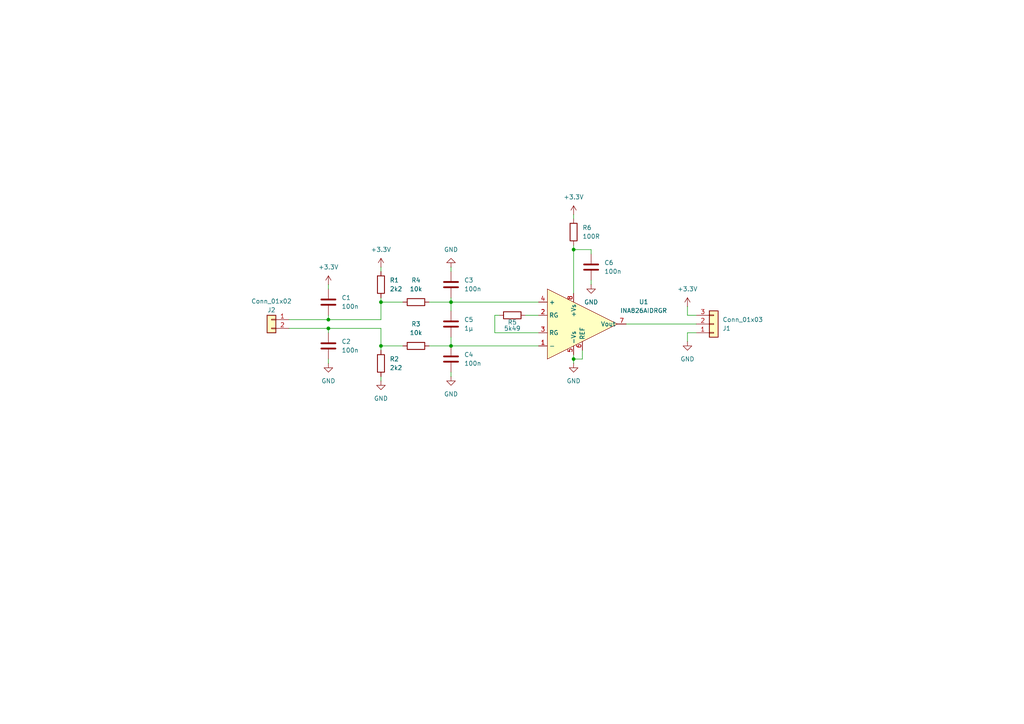
<source format=kicad_sch>
(kicad_sch (version 20250114) (generator "eeschema") (generator_version "9.0")
  (paper "A4")
  (lib_symbols
    (symbol "Connector_Generic:Conn_01x02" (pin_names (offset 1.016) (hide yes))
      (property "Reference" "J" (at 0 2.54 0))
      (property "Value" "Conn_01x02" (at 0 -5.08 0))
      (symbol "Conn_01x02_1_1"
        (rectangle (start -1.27 1.27) (end 1.27 -3.81) (stroke (width 0.254)) (fill (type background)))
        (rectangle (start -1.27 0.127) (end 0 -0.127) (stroke (width 0.1524)))
        (rectangle (start -1.27 -2.413) (end 0 -2.667) (stroke (width 0.1524)))
        (pin passive line (at -5.08 0 0) (length 3.81) (name "Pin_1") (number "1"))
        (pin passive line (at -5.08 -2.54 0) (length 3.81) (name "Pin_2") (number "2"))
      )
    )
    (symbol "Connector_Generic:Conn_01x03" (pin_names (offset 1.016) (hide yes))
      (property "Reference" "J" (at 0 5.08 0))
      (property "Value" "Conn_01x03" (at 0 -5.08 0))
      (symbol "Conn_01x03_1_1"
        (rectangle (start -1.27 3.81) (end 1.27 -3.81) (stroke (width 0.254)) (fill (type background)))
        (rectangle (start -1.27 2.667) (end 0 2.413) (stroke (width 0.1524)))
        (rectangle (start -1.27 0.127) (end 0 -0.127) (stroke (width 0.1524)))
        (rectangle (start -1.27 -2.413) (end 0 -2.667) (stroke (width 0.1524)))
        (pin passive line (at -5.08 2.54 0) (length 3.81) (name "Pin_1") (number "1"))
        (pin passive line (at -5.08 0 0) (length 3.81) (name "Pin_2") (number "2"))
        (pin passive line (at -5.08 -2.54 0) (length 3.81) (name "Pin_3") (number "3"))
      )
    )
    (symbol "Device:C" (pin_numbers (hide yes)) (pin_names (offset 0.254))
      (property "Reference" "C" (at 0.635 2.54 0))
      (property "Value" "C" (at 0.635 -2.54 0))
      (symbol "C_0_1"
        (polyline (pts (xy -2.032 0.762) (xy 2.032 0.762)) (stroke (width 0.508)))
        (polyline (pts (xy -2.032 -0.762) (xy 2.032 -0.762)) (stroke (width 0.508)))
      )
      (symbol "C_1_1"
        (pin passive line (at 0 3.81 270) (length 2.794) (name "~") (number "1"))
        (pin passive line (at 0 -3.81 90) (length 2.794) (name "~") (number "2"))
      )
    )
    (symbol "Device:R" (pin_numbers (hide yes)) (pin_names (offset 0))
      (property "Reference" "R" (at 2.032 0 90))
      (property "Value" "R" (at 0 0 90))
      (symbol "R_0_1"
        (rectangle (start -1.016 -2.54) (end 1.016 2.54) (stroke (width 0.254)))
      )
      (symbol "R_1_1"
        (pin passive line (at 0 3.81 270) (length 1.27) (name "~") (number "1"))
        (pin passive line (at 0 -3.81 90) (length 1.27) (name "~") (number "2"))
      )
    )
    (symbol "Selfmade:INA826AIDGKR"
      (property "Reference" "U" (at 7.874 7.62 0))
      (property "Value" "INA826AIDRGR" (at 13.97 5.588 0))
      (symbol "INA826AIDGKR_0_1"
        (polyline (pts (xy -7.62 0) (xy -7.62 -10.16) (xy 12.7 0) (xy -7.62 10.16) (xy -7.62 0)) (fill (type background)))
      )
      (symbol "INA826AIDGKR_1_1"
        (pin input line (at -10.16 6.35 0) (length 2.54) (name "+") (number "4"))
        (pin passive line (at -10.16 2.54 0) (length 2.54) (name "RG") (number "2"))
        (pin passive line (at -10.16 -2.54 0) (length 2.54) (name "RG") (number "3"))
        (pin input line (at -10.16 -6.35 0) (length 2.54) (name "-") (number "1"))
        (pin input line (at -10.16 -6.35 0) (length 2.54) (hide yes) (name "-") (number "9"))
        (pin passive line (at 0 8.89 270) (length 2.54) (name "+Vs") (number "8"))
        (pin passive line (at 0 -8.89 90) (length 2.54) (name "-Vs") (number "5"))
        (pin passive line (at 2.54 -7.62 90) (length 2.54) (name "REF") (number "6"))
        (pin output line (at 15.24 0 180) (length 2.54) (name "Vout") (number "7"))
      )
    )
    (symbol "power:+3.3V" (power) (pin_numbers (hide yes)) (pin_names (offset 0) (hide yes))
      (property "Value" "+3.3V" (at 0 3.556 0))
      (symbol "+3.3V_0_1"
        (polyline (pts (xy -0.762 1.27) (xy 0 2.54)))
        (polyline (pts (xy 0 2.54) (xy 0.762 1.27)))
        (polyline (pts (xy 0 0) (xy 0 2.54)))
      )
      (symbol "+3.3V_1_1"
        (pin power_in line (at 0 0 90) (length 0) (name "~") (number "1"))
      )
    )
    (symbol "power:GND" (power) (pin_numbers (hide yes)) (pin_names (offset 0) (hide yes))
      (property "Value" "GND" (at 0 -3.81 0))
      (symbol "GND_0_1"
        (polyline (pts (xy 0 0) (xy 0 -1.27) (xy 1.27 -1.27) (xy 0 -2.54) (xy -1.27 -1.27) (xy 0 -1.27)))
      )
      (symbol "GND_1_1"
        (pin power_in line (at 0 0 270) (length 0) (name "~") (number "1"))
      )
    )
  )
  (junction (at 166.37 104.14))
  (junction (at 95.25 95.25))
  (junction (at 110.49 87.63))
  (junction (at 110.49 100.33))
  (junction (at 130.81 87.63))
  (junction (at 130.81 100.33))
  (junction (at 95.25 92.71))
  (junction (at 166.37 72.39))
  (wire (pts (xy 168.91 104.14) (xy 166.37 104.14)))
  (wire (pts (xy 199.39 99.06) (xy 199.39 96.52)))
  (wire (pts (xy 130.81 77.47) (xy 130.81 78.74)))
  (wire (pts (xy 171.45 72.39) (xy 166.37 72.39)))
  (wire (pts (xy 171.45 73.66) (xy 171.45 72.39)))
  (wire (pts (xy 110.49 100.33) (xy 116.84 100.33)))
  (wire (pts (xy 130.81 97.79) (xy 130.81 100.33)))
  (wire (pts (xy 130.81 87.63) (xy 156.21 87.63)))
  (wire (pts (xy 166.37 62.23) (xy 166.37 63.5)))
  (wire (pts (xy 110.49 100.33) (xy 110.49 101.6)))
  (wire (pts (xy 130.81 100.33) (xy 156.21 100.33)))
  (wire (pts (xy 110.49 77.47) (xy 110.49 78.74)))
  (wire (pts (xy 130.81 109.22) (xy 130.81 107.95)))
  (wire (pts (xy 83.82 92.71) (xy 95.25 92.71)))
  (wire (pts (xy 95.25 95.25) (xy 95.25 96.52)))
  (wire (pts (xy 95.25 82.55) (xy 95.25 83.82)))
  (wire (pts (xy 83.82 95.25) (xy 95.25 95.25)))
  (wire (pts (xy 95.25 91.44) (xy 95.25 92.71)))
  (wire (pts (xy 166.37 105.41) (xy 166.37 104.14)))
  (wire (pts (xy 110.49 87.63) (xy 116.84 87.63)))
  (wire (pts (xy 166.37 72.39) (xy 166.37 71.12)))
  (wire (pts (xy 199.39 91.44) (xy 201.93 91.44)))
  (wire (pts (xy 143.51 91.44) (xy 143.51 96.52)))
  (wire (pts (xy 199.39 88.9) (xy 199.39 91.44)))
  (wire (pts (xy 166.37 72.39) (xy 166.37 85.09)))
  (wire (pts (xy 199.39 96.52) (xy 201.93 96.52)))
  (wire (pts (xy 130.81 86.36) (xy 130.81 87.63)))
  (wire (pts (xy 143.51 96.52) (xy 156.21 96.52)))
  (wire (pts (xy 152.4 91.44) (xy 156.21 91.44)))
  (wire (pts (xy 110.49 86.36) (xy 110.49 87.63)))
  (wire (pts (xy 130.81 87.63) (xy 130.81 90.17)))
  (wire (pts (xy 95.25 95.25) (xy 110.49 95.25)))
  (wire (pts (xy 144.78 91.44) (xy 143.51 91.44)))
  (wire (pts (xy 110.49 95.25) (xy 110.49 100.33)))
  (wire (pts (xy 95.25 92.71) (xy 110.49 92.71)))
  (wire (pts (xy 124.46 100.33) (xy 130.81 100.33)))
  (wire (pts (xy 110.49 87.63) (xy 110.49 92.71)))
  (wire (pts (xy 166.37 104.14) (xy 166.37 102.87)))
  (wire (pts (xy 110.49 110.49) (xy 110.49 109.22)))
  (wire (pts (xy 171.45 82.55) (xy 171.45 81.28)))
  (wire (pts (xy 95.25 105.41) (xy 95.25 104.14)))
  (wire (pts (xy 124.46 87.63) (xy 130.81 87.63)))
  (wire (pts (xy 181.61 93.98) (xy 201.93 93.98)))
  (wire (pts (xy 168.91 101.6) (xy 168.91 104.14)))
  (symbol (lib_id "Device:C") (at 130.81 104.14 0) (unit 1)
    (property "Reference" "C4" (at 134.62 102.8699 0) (effects (justify left)))
    (property "Value" "100n" (at 134.62 105.4099 0) (effects (justify left)))
    (property "Footprint" "Capacitor_SMD:C_0603_1608Metric" (effects (hide yes)))
    (property "Description" "Unpolarized capacitor" (effects (hide yes)))
  )
  (symbol (lib_id "power:GND") (at 95.25 105.41 0) (unit 1)
    (property "Reference" "#PWR03" (effects (hide yes)))
    (property "Value" "GND" (at 95.25 110.49 0))
    (property "Description" "Power symbol creates a global label with name \"GND\" , ground" (effects (hide yes)))
  )
  (symbol (lib_id "Device:R") (at 166.37 67.31 0) (unit 1)
    (property "Reference" "R6" (at 168.91 66.0399 0) (effects (justify left)))
    (property "Value" "100R" (at 168.91 68.5799 0) (effects (justify left)))
    (property "Footprint" "Resistor_SMD:R_0603_1608Metric" (effects (hide yes)))
    (property "Description" "Resistor" (effects (hide yes)))
  )
  (symbol (lib_id "power:+3.3V") (at 166.37 62.23 0) (unit 1)
    (property "Reference" "#PWR08" (effects (hide yes)))
    (property "Value" "+3.3V" (at 166.37 57.15 0))
    (property "Description" "Power symbol creates a global label with name \"+3.3V\"" (effects (hide yes)))
  )
  (symbol (lib_id "power:GND") (at 199.39 99.06 0) (unit 1)
    (property "Reference" "#PWR011" (effects (hide yes)))
    (property "Value" "GND" (at 199.39 104.14 0))
    (property "Description" "Power symbol creates a global label with name \"GND\" , ground" (effects (hide yes)))
  )
  (symbol (lib_id "power:+3.3V") (at 199.39 88.9 0) (unit 1)
    (property "Reference" "#PWR010" (effects (hide yes)))
    (property "Value" "+3.3V" (at 199.39 83.82 0))
    (property "Description" "Power symbol creates a global label with name \"+3.3V\"" (effects (hide yes)))
  )
  (symbol (lib_id "Device:R") (at 110.49 82.55 0) (unit 1)
    (property "Reference" "R1" (at 113.03 81.2799 0) (effects (justify left)))
    (property "Value" "2k2" (at 113.03 83.8199 0) (effects (justify left)))
    (property "Footprint" "Resistor_SMD:R_0603_1608Metric" (effects (hide yes)))
    (property "Description" "Resistor" (effects (hide yes)))
  )
  (symbol (lib_id "Device:R") (at 148.59 91.44 270) (mirror x) (unit 1)
    (property "Reference" "R5" (at 148.59 93.472 90))
    (property "Value" "5k49" (at 148.59 95.25 90))
    (property "Footprint" "Resistor_SMD:R_0603_1608Metric" (effects (hide yes)))
    (property "Description" "Resistor" (effects (hide yes)))
  )
  (symbol (lib_id "Device:R") (at 120.65 100.33 270) (mirror x) (unit 1)
    (property "Reference" "R3" (at 120.65 93.98 90))
    (property "Value" "10k" (at 120.65 96.52 90))
    (property "Footprint" "Resistor_SMD:R_0603_1608Metric" (effects (hide yes)))
    (property "Description" "Resistor" (effects (hide yes)))
  )
  (symbol (lib_id "Selfmade:INA826AIDGKR") (at 166.37 93.98 0) (unit 1)
    (property "Reference" "U1" (at 186.69 87.5598 0))
    (property "Value" "INA826AIDRGR" (at 186.69 90.0998 0))
    (property "Footprint" "Package_SON:WSON-8-1EP_3x3mm_P0.5mm_EP1.45x2.4mm_ThermalVias" (effects (hide yes)))
  )
  (symbol (lib_id "Device:C") (at 95.25 100.33 0) (unit 1)
    (property "Reference" "C2" (at 99.06 99.0599 0) (effects (justify left)))
    (property "Value" "100n" (at 99.06 101.5999 0) (effects (justify left)))
    (property "Footprint" "Capacitor_SMD:C_0603_1608Metric" (effects (hide yes)))
    (property "Description" "Unpolarized capacitor" (effects (hide yes)))
  )
  (symbol (lib_id "Device:C") (at 130.81 93.98 0) (unit 1)
    (property "Reference" "C5" (at 134.62 92.7099 0) (effects (justify left)))
    (property "Value" "1µ" (at 134.62 95.2499 0) (effects (justify left)))
    (property "Footprint" "Capacitor_SMD:C_0603_1608Metric" (effects (hide yes)))
    (property "Description" "Unpolarized capacitor" (effects (hide yes)))
  )
  (symbol (lib_id "power:GND") (at 171.45 82.55 0) (unit 1)
    (property "Reference" "#PWR09" (effects (hide yes)))
    (property "Value" "GND" (at 171.45 87.63 0))
    (property "Description" "Power symbol creates a global label with name \"GND\" , ground" (effects (hide yes)))
  )
  (symbol (lib_id "Connector_Generic:Conn_01x03") (at 207.01 93.98 0) (mirror x) (unit 1)
    (property "Reference" "J1" (at 209.55 95.2501 0) (effects (justify left)))
    (property "Value" "Conn_01x03" (at 209.55 92.7101 0) (effects (justify left)))
    (property "Footprint" "Connector_PinHeader_2.54mm:PinHeader_1x03_P2.54mm_Vertical" (effects (hide yes)))
    (property "Description" "Generic connector, single row, 01x03, script generated (kicad-library-utils/schlib/autogen/connector/)" (effects (hide yes)))
  )
  (symbol (lib_id "Device:C") (at 95.25 87.63 0) (unit 1)
    (property "Reference" "C1" (at 99.06 86.3599 0) (effects (justify left)))
    (property "Value" "100n" (at 99.06 88.8999 0) (effects (justify left)))
    (property "Footprint" "Capacitor_SMD:C_0603_1608Metric" (effects (hide yes)))
    (property "Description" "Unpolarized capacitor" (effects (hide yes)))
  )
  (symbol (lib_id "Connector_Generic:Conn_01x02") (at 78.74 92.71 0) (mirror y) (unit 1)
    (property "Reference" "J2" (at 78.74 89.916 0))
    (property "Value" "Conn_01x02" (at 78.74 87.376 0))
    (property "Footprint" "Connector_PinHeader_2.54mm:PinHeader_1x02_P2.54mm_Vertical" (effects (hide yes)))
    (property "Description" "Generic connector, single row, 01x02, script generated (kicad-library-utils/schlib/autogen/connector/)" (effects (hide yes)))
  )
  (symbol (lib_id "power:GND") (at 166.37 105.41 0) (unit 1)
    (property "Reference" "#PWR07" (effects (hide yes)))
    (property "Value" "GND" (at 166.37 110.49 0))
    (property "Description" "Power symbol creates a global label with name \"GND\" , ground" (effects (hide yes)))
  )
  (symbol (lib_id "Device:R") (at 120.65 87.63 270) (mirror x) (unit 1)
    (property "Reference" "R4" (at 120.65 81.28 90))
    (property "Value" "10k" (at 120.65 83.82 90))
    (property "Footprint" "Resistor_SMD:R_0603_1608Metric" (effects (hide yes)))
    (property "Description" "Resistor" (effects (hide yes)))
  )
  (symbol (lib_id "Device:C") (at 130.81 82.55 0) (unit 1)
    (property "Reference" "C3" (at 134.62 81.2799 0) (effects (justify left)))
    (property "Value" "100n" (at 134.62 83.8199 0) (effects (justify left)))
    (property "Footprint" "Capacitor_SMD:C_0603_1608Metric" (effects (hide yes)))
    (property "Description" "Unpolarized capacitor" (effects (hide yes)))
  )
  (symbol (lib_id "power:+3.3V") (at 110.49 77.47 0) (unit 1)
    (property "Reference" "#PWR02" (effects (hide yes)))
    (property "Value" "+3.3V" (at 110.49 72.39 0))
    (property "Description" "Power symbol creates a global label with name \"+3.3V\"" (effects (hide yes)))
  )
  (symbol (lib_id "Device:C") (at 171.45 77.47 0) (unit 1)
    (property "Reference" "C6" (at 175.26 76.1999 0) (effects (justify left)))
    (property "Value" "100n" (at 175.26 78.7399 0) (effects (justify left)))
    (property "Footprint" "Capacitor_SMD:C_0603_1608Metric" (effects (hide yes)))
    (property "Description" "Unpolarized capacitor" (effects (hide yes)))
  )
  (symbol (lib_id "power:+3.3V") (at 95.25 82.55 0) (unit 1)
    (property "Reference" "#PWR01" (effects (hide yes)))
    (property "Value" "+3.3V" (at 95.25 77.47 0))
    (property "Description" "Power symbol creates a global label with name \"+3.3V\"" (effects (hide yes)))
  )
  (symbol (lib_id "power:GND") (at 110.49 110.49 0) (unit 1)
    (property "Reference" "#PWR04" (effects (hide yes)))
    (property "Value" "GND" (at 110.49 115.57 0))
    (property "Description" "Power symbol creates a global label with name \"GND\" , ground" (effects (hide yes)))
  )
  (symbol (lib_id "power:GND") (at 130.81 109.22 0) (unit 1)
    (property "Reference" "#PWR05" (effects (hide yes)))
    (property "Value" "GND" (at 130.81 114.3 0))
    (property "Description" "Power symbol creates a global label with name \"GND\" , ground" (effects (hide yes)))
  )
  (symbol (lib_id "Device:R") (at 110.49 105.41 0) (unit 1)
    (property "Reference" "R2" (at 113.03 104.1399 0) (effects (justify left)))
    (property "Value" "2k2" (at 113.03 106.6799 0) (effects (justify left)))
    (property "Footprint" "Resistor_SMD:R_0603_1608Metric" (effects (hide yes)))
    (property "Description" "Resistor" (effects (hide yes)))
  )
  (symbol (lib_id "power:GND") (at 130.81 77.47 180) (unit 1)
    (property "Reference" "#PWR06" (effects (hide yes)))
    (property "Value" "GND" (at 130.81 72.39 0))
    (property "Description" "Power symbol creates a global label with name \"GND\" , ground" (effects (hide yes)))
  )
)
</source>
